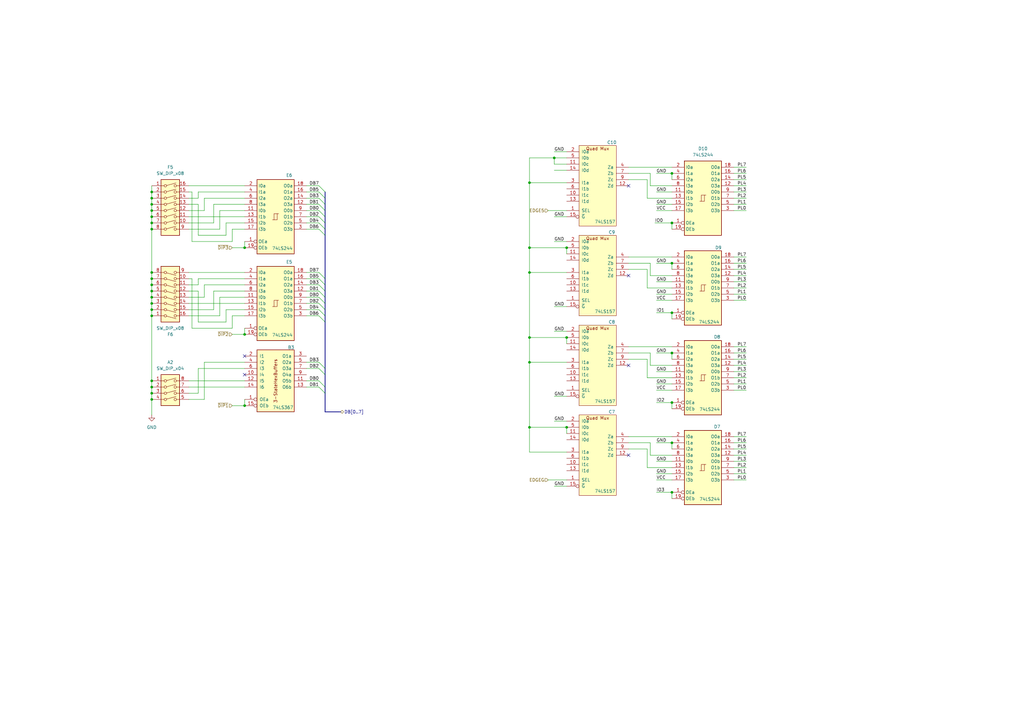
<source format=kicad_sch>
(kicad_sch (version 20231120) (generator "eeschema") (generator_version "8.0")
  (paper "A3")
  (title_block (title "Cabinet Input/Output") (date "2024-10-12") (company "JOTEGO") (comment 1 "Jose Tejada"))
  (lib_symbols
    (symbol "Switch:SW_DIP_x04" (pin_names (offset 0) hide)
      (property "Reference" "SW" (at 0 8.89 0))
      (property "Value" "SW_DIP_x04" (at 0 -6.35 0))
      (symbol "SW_DIP_x04_0_0"
        (circle (center -2.032 -2.54) (radius 0.508))
        (circle (center -2.032 0) (radius 0.508))
        (circle (center -2.032 2.54) (radius 0.508))
        (circle (center -2.032 5.08) (radius 0.508))
        (polyline (pts (xy -1.524 -2.3876) (xy 2.3622 -1.3462)))
        (polyline (pts (xy -1.524 0.127) (xy 2.3622 1.1684)))
        (polyline (pts (xy -1.524 2.667) (xy 2.3622 3.7084)))
        (polyline (pts (xy -1.524 5.207) (xy 2.3622 6.2484)))
        (circle (center 2.032 -2.54) (radius 0.508))
        (circle (center 2.032 0) (radius 0.508))
        (circle (center 2.032 2.54) (radius 0.508))
        (circle (center 2.032 5.08) (radius 0.508))
      )
      (symbol "SW_DIP_x04_0_1"
        (rectangle (start -3.81 7.62) (end 3.81 -5.08) (stroke (width 0.254)) (fill (type background)))
      )
      (symbol "SW_DIP_x04_1_1"
        (pin passive line (at -7.62 5.08 0) (length 5.08) (name "~") (number "1"))
        (pin passive line (at -7.62 2.54 0) (length 5.08) (name "~") (number "2"))
        (pin passive line (at -7.62 0 0) (length 5.08) (name "~") (number "3"))
        (pin passive line (at -7.62 -2.54 0) (length 5.08) (name "~") (number "4"))
        (pin passive line (at 7.62 -2.54 180) (length 5.08) (name "~") (number "5"))
        (pin passive line (at 7.62 0 180) (length 5.08) (name "~") (number "6"))
        (pin passive line (at 7.62 2.54 180) (length 5.08) (name "~") (number "7"))
        (pin passive line (at 7.62 5.08 180) (length 5.08) (name "~") (number "8"))
      )
    )
    (symbol "Switch:SW_DIP_x08" (pin_names (offset 0) hide)
      (property "Reference" "SW" (at 0 13.97 0))
      (property "Value" "SW_DIP_x08" (at 0 -11.43 0))
      (symbol "SW_DIP_x08_0_0"
        (circle (center -2.032 -7.62) (radius 0.508))
        (circle (center -2.032 -5.08) (radius 0.508))
        (circle (center -2.032 -2.54) (radius 0.508))
        (circle (center -2.032 0) (radius 0.508))
        (circle (center -2.032 2.54) (radius 0.508))
        (circle (center -2.032 5.08) (radius 0.508))
        (circle (center -2.032 7.62) (radius 0.508))
        (circle (center -2.032 10.16) (radius 0.508))
        (polyline (pts (xy -1.524 -7.4676) (xy 2.3622 -6.4262)))
        (polyline (pts (xy -1.524 -4.9276) (xy 2.3622 -3.8862)))
        (polyline (pts (xy -1.524 -2.3876) (xy 2.3622 -1.3462)))
        (polyline (pts (xy -1.524 0.127) (xy 2.3622 1.1684)))
        (polyline (pts (xy -1.524 2.667) (xy 2.3622 3.7084)))
        (polyline (pts (xy -1.524 5.207) (xy 2.3622 6.2484)))
        (polyline (pts (xy -1.524 7.747) (xy 2.3622 8.7884)))
        (polyline (pts (xy -1.524 10.287) (xy 2.3622 11.3284)))
        (circle (center 2.032 -7.62) (radius 0.508))
        (circle (center 2.032 -5.08) (radius 0.508))
        (circle (center 2.032 -2.54) (radius 0.508))
        (circle (center 2.032 0) (radius 0.508))
        (circle (center 2.032 2.54) (radius 0.508))
        (circle (center 2.032 5.08) (radius 0.508))
        (circle (center 2.032 7.62) (radius 0.508))
        (circle (center 2.032 10.16) (radius 0.508))
      )
      (symbol "SW_DIP_x08_0_1"
        (rectangle (start -3.81 12.7) (end 3.81 -10.16) (stroke (width 0.254)) (fill (type background)))
      )
      (symbol "SW_DIP_x08_1_1"
        (pin passive line (at -7.62 10.16 0) (length 5.08) (name "~") (number "1"))
        (pin passive line (at 7.62 -5.08 180) (length 5.08) (name "~") (number "10"))
        (pin passive line (at 7.62 -2.54 180) (length 5.08) (name "~") (number "11"))
        (pin passive line (at 7.62 0 180) (length 5.08) (name "~") (number "12"))
        (pin passive line (at 7.62 2.54 180) (length 5.08) (name "~") (number "13"))
        (pin passive line (at 7.62 5.08 180) (length 5.08) (name "~") (number "14"))
        (pin passive line (at 7.62 7.62 180) (length 5.08) (name "~") (number "15"))
        (pin passive line (at 7.62 10.16 180) (length 5.08) (name "~") (number "16"))
        (pin passive line (at -7.62 7.62 0) (length 5.08) (name "~") (number "2"))
        (pin passive line (at -7.62 5.08 0) (length 5.08) (name "~") (number "3"))
        (pin passive line (at -7.62 2.54 0) (length 5.08) (name "~") (number "4"))
        (pin passive line (at -7.62 0 0) (length 5.08) (name "~") (number "5"))
        (pin passive line (at -7.62 -2.54 0) (length 5.08) (name "~") (number "6"))
        (pin passive line (at -7.62 -5.08 0) (length 5.08) (name "~") (number "7"))
        (pin passive line (at -7.62 -7.62 0) (length 5.08) (name "~") (number "8"))
        (pin passive line (at 7.62 -7.62 180) (length 5.08) (name "~") (number "9"))
      )
    )
    (symbol "jt74:74LS157" (pin_names (offset 1.016))
      (property "Reference" "U" (at 5.08 16.51 0))
      (property "Value" "74LS157" (at 0 -16.51 0))
      (symbol "74LS157_0_0"
        (text "Quad Mux" (at 0 13.97 0) (effects (font (size 1.27 1.27))))
      )
      (symbol "74LS157_1_0"
        (pin input line (at -12.7 -11.43 0) (length 5.08) (name "SEL") (number "1"))
        (pin input line (at -12.7 -5.08 0) (length 5.08) (name "I1c") (number "10"))
        (pin input line (at -12.7 7.62 0) (length 5.08) (name "I0c") (number "11"))
        (pin output line (at 12.7 -1.27 180) (length 5.08) (name "Zd") (number "12"))
        (pin input line (at -12.7 -7.62 0) (length 5.08) (name "I1d") (number "13"))
        (pin input line (at -12.7 5.08 0) (length 5.08) (name "I0d") (number "14"))
        (pin input inverted (at -12.7 -13.97 0) (length 5.08) (name "~{G}") (number "15"))
        (pin input line (at -12.7 12.7 0) (length 5.08) (name "I0a") (number "2"))
        (pin input line (at -12.7 0 0) (length 5.08) (name "I1a") (number "3"))
        (pin output line (at 12.7 6.35 180) (length 5.08) (name "Za") (number "4"))
        (pin input line (at -12.7 10.16 0) (length 5.08) (name "I0b") (number "5"))
        (pin input line (at -12.7 -2.54 0) (length 5.08) (name "I1b") (number "6"))
        (pin output line (at 12.7 3.81 180) (length 5.08) (name "Zb") (number "7"))
        (pin output line (at 12.7 1.27 180) (length 5.08) (name "Zc") (number "9"))
      )
      (symbol "74LS157_1_1"
        (rectangle (start -7.62 15.24) (end 7.62 -17.78) (fill (type background)))
      )
    )
    (symbol "jt74:74LS244"
      (property "Reference" "U" (at -7.62 16.51 0))
      (property "Value" "74LS244" (at -3.81 -21.59 0))
      (symbol "74LS244_1_0"
        (polyline (pts (xy -0.635 -1.27) (xy -0.635 1.27) (xy 0.635 1.27)))
        (polyline (pts (xy -1.27 -1.27) (xy 0.635 -1.27) (xy 0.635 1.27) (xy 1.27 1.27)))
        (pin input inverted (at -12.7 -10.16 0) (length 5.08) (name "OEa") (number "1"))
        (pin power_in line (at 0 -15.24 90) (length 5.08) hide (name "VSS") (number "10"))
        (pin input line (at -12.7 2.54 0) (length 5.08) (name "I0b") (number "11"))
        (pin tri_state line (at 12.7 5.08 180) (length 5.08) (name "O3a") (number "12"))
        (pin input line (at -12.7 0 0) (length 5.08) (name "I1b") (number "13"))
        (pin tri_state line (at 12.7 7.62 180) (length 5.08) (name "O2a") (number "14"))
        (pin input line (at -12.7 -2.54 0) (length 5.08) (name "I2b") (number "15"))
        (pin tri_state line (at 12.7 10.16 180) (length 5.08) (name "O1a") (number "16"))
        (pin input line (at -12.7 -5.08 0) (length 5.08) (name "I3b") (number "17"))
        (pin tri_state line (at 12.7 12.7 180) (length 5.08) (name "O0a") (number "18"))
        (pin input inverted (at -12.7 -12.7 0) (length 5.08) (name "OEb") (number "19"))
        (pin input line (at -12.7 12.7 0) (length 5.08) (name "I0a") (number "2"))
        (pin power_in line (at 0 15.24 270) (length 5.08) hide (name "VCC") (number "20"))
        (pin tri_state line (at 12.7 -5.08 180) (length 5.08) (name "O3b") (number "3"))
        (pin input line (at -12.7 10.16 0) (length 5.08) (name "I1a") (number "4"))
        (pin tri_state line (at 12.7 -2.54 180) (length 5.08) (name "O2b") (number "5"))
        (pin input line (at -12.7 7.62 0) (length 5.08) (name "I2a") (number "6"))
        (pin tri_state line (at 12.7 0 180) (length 5.08) (name "O1b") (number "7"))
        (pin input line (at -12.7 5.08 0) (length 5.08) (name "I3a") (number "8"))
        (pin tri_state line (at 12.7 2.54 180) (length 5.08) (name "O0b") (number "9"))
      )
      (symbol "74LS244_1_1"
        (rectangle (start -7.62 15.24) (end 7.62 -15.24) (stroke (width 0.254)) (fill (type background)))
      )
    )
    (symbol "jt74:74LS367" (pin_names (offset 1.016))
      (property "Reference" "U" (at -7.62 13.97 0))
      (property "Value" "74LS367" (at -7.62 -13.97 0))
      (symbol "74LS367_0_0"
        (text "3-StateHexBuffers" (at 0 0 900) (effects (font (size 1.27 1.27))))
      )
      (symbol "74LS367_1_0"
        (pin input inverted (at -12.7 -7.62 0) (length 5.08) (name "OEa") (number "1"))
        (pin input line (at -12.7 2.54 0) (length 5.08) (name "I4") (number "10"))
        (pin tri_state line (at 12.7 0 180) (length 5.08) (name "O5b") (number "11"))
        (pin input line (at -12.7 0 0) (length 5.08) (name "I5") (number "12"))
        (pin tri_state line (at 12.7 -2.54 180) (length 5.08) (name "O6b") (number "13"))
        (pin input line (at -12.7 -2.54 0) (length 5.08) (name "I6") (number "14"))
        (pin input inverted (at -12.7 -10.16 0) (length 5.08) (name "OEb") (number "15"))
        (pin input line (at -12.7 10.16 0) (length 5.08) (name "I1") (number "2"))
        (pin tri_state line (at 12.7 10.16 180) (length 5.08) (name "O1a") (number "3"))
        (pin input line (at -12.7 7.62 0) (length 5.08) (name "I2") (number "4"))
        (pin tri_state line (at 12.7 7.62 180) (length 5.08) (name "O2a") (number "5"))
        (pin input line (at -12.7 5.08 0) (length 5.08) (name "I3") (number "6"))
        (pin tri_state line (at 12.7 5.08 180) (length 5.08) (name "O3a") (number "7"))
        (pin tri_state line (at 12.7 2.54 180) (length 5.08) (name "O4a") (number "9"))
      )
      (symbol "74LS367_1_1"
        (rectangle (start -7.62 12.7) (end 7.62 -12.7) (stroke (width 0.254)) (fill (type background)))
        (pin power_in line (at 0 12.7 270) (length 2.54) hide (name "VCC") (number "16"))
        (pin power_in line (at 0 -12.7 90) (length 2.54) hide (name "VSS") (number "8"))
      )
    )
    (symbol "power:GND" (power) (pin_numbers hide) (pin_names (offset 0) hide)
      (property "Value" "GND" (at 0 -3.81 0))
      (symbol "GND_0_1"
        (polyline (pts (xy 0 0) (xy 0 -1.27) (xy 1.27 -1.27) (xy 0 -2.54) (xy -1.27 -1.27) (xy 0 -1.27)))
      )
      (symbol "GND_1_1"
        (pin power_in line (at 0 0 270) (length 0) (name "~") (number "1"))
      )
    )
  )
  (junction (at 62.23 88.9))
  (junction (at 232.41 175.26))
  (junction (at 62.23 121.92))
  (junction (at 62.23 114.3))
  (junction (at 275.59 144.78))
  (junction (at 217.17 111.76))
  (junction (at 227.33 64.77))
  (junction (at 232.41 138.43))
  (junction (at 62.23 158.75))
  (junction (at 100.33 137.16))
  (junction (at 217.17 148.59))
  (junction (at 275.59 181.61))
  (junction (at 62.23 156.21))
  (junction (at 232.41 101.6))
  (junction (at 62.23 129.54))
  (junction (at 275.59 128.27))
  (junction (at 217.17 101.6))
  (junction (at 62.23 111.76))
  (junction (at 100.33 166.37))
  (junction (at 100.33 101.6))
  (junction (at 275.59 165.1))
  (junction (at 62.23 119.38))
  (junction (at 62.23 127))
  (junction (at 217.17 138.43))
  (junction (at 62.23 86.36))
  (junction (at 62.23 163.83))
  (junction (at 62.23 81.28))
  (junction (at 275.59 71.12))
  (junction (at 217.17 74.93))
  (junction (at 62.23 78.74))
  (junction (at 217.17 175.26))
  (junction (at 275.59 91.44))
  (junction (at 62.23 93.98))
  (junction (at 62.23 116.84))
  (junction (at 275.59 107.95))
  (junction (at 62.23 91.44))
  (junction (at 62.23 124.46))
  (junction (at 62.23 161.29))
  (junction (at 275.59 201.93))
  (junction (at 62.23 83.82))
  (no_connect (at 100.33 153.67))
  (no_connect (at 100.33 146.05))
  (no_connect (at 257.81 113.03))
  (no_connect (at 257.81 149.86))
  (no_connect (at 257.81 76.2))
  (no_connect (at 257.81 186.69))
  (bus_entry (at 130.81 91.44) (size 2.54 2.54))
  (bus_entry (at 130.81 121.92) (size 2.54 2.54))
  (bus_entry (at 130.81 129.54) (size 2.54 2.54))
  (bus_entry (at 130.81 111.76) (size 2.54 2.54))
  (bus_entry (at 130.81 86.36) (size 2.54 2.54))
  (bus_entry (at 130.81 83.82) (size 2.54 2.54))
  (bus_entry (at 130.81 151.13) (size 2.54 2.54))
  (bus_entry (at 130.81 158.75) (size 2.54 2.54))
  (bus_entry (at 130.81 76.2) (size 2.54 2.54))
  (bus_entry (at 130.81 78.74) (size 2.54 2.54))
  (bus_entry (at 130.81 148.59) (size 2.54 2.54))
  (bus_entry (at 130.81 127) (size 2.54 2.54))
  (bus_entry (at 130.81 88.9) (size 2.54 2.54))
  (bus_entry (at 130.81 119.38) (size 2.54 2.54))
  (bus_entry (at 130.81 93.98) (size 2.54 2.54))
  (bus_entry (at 130.81 81.28) (size 2.54 2.54))
  (bus_entry (at 130.81 124.46) (size 2.54 2.54))
  (bus_entry (at 130.81 116.84) (size 2.54 2.54))
  (bus_entry (at 130.81 156.21) (size 2.54 2.54))
  (bus_entry (at 130.81 114.3) (size 2.54 2.54))
  (wire (pts (xy 77.47 93.98) (xy 90.17 93.98)))
  (wire (pts (xy 269.24 144.78) (xy 275.59 144.78)))
  (wire (pts (xy 125.73 91.44) (xy 130.81 91.44)))
  (wire (pts (xy 77.47 129.54) (xy 90.17 129.54)))
  (wire (pts (xy 300.99 194.31) (xy 306.07 194.31)))
  (wire (pts (xy 62.23 119.38) (xy 62.23 121.92)))
  (wire (pts (xy 257.81 105.41) (xy 275.59 105.41)))
  (wire (pts (xy 83.82 163.83) (xy 83.82 148.59)))
  (wire (pts (xy 77.47 76.2) (xy 100.33 76.2)))
  (wire (pts (xy 217.17 148.59) (xy 217.17 175.26)))
  (bus (pts (xy 133.35 153.67) (xy 133.35 151.13)))
  (wire (pts (xy 265.43 184.15) (xy 265.43 191.77)))
  (bus (pts (xy 133.35 86.36) (xy 133.35 83.82)))
  (wire (pts (xy 232.41 175.26) (xy 232.41 177.8)))
  (wire (pts (xy 300.99 107.95) (xy 306.07 107.95)))
  (wire (pts (xy 269.24 157.48) (xy 275.59 157.48)))
  (wire (pts (xy 227.33 88.9) (xy 232.41 88.9)))
  (wire (pts (xy 77.47 114.3) (xy 78.74 114.3)))
  (bus (pts (xy 133.35 83.82) (xy 133.35 81.28)))
  (wire (pts (xy 62.23 161.29) (xy 62.23 163.83)))
  (wire (pts (xy 300.99 191.77) (xy 306.07 191.77)))
  (wire (pts (xy 100.33 99.06) (xy 100.33 101.6)))
  (wire (pts (xy 81.28 132.08) (xy 92.71 132.08)))
  (wire (pts (xy 77.47 156.21) (xy 100.33 156.21)))
  (wire (pts (xy 266.7 76.2) (xy 275.59 76.2)))
  (wire (pts (xy 269.24 160.02) (xy 275.59 160.02)))
  (wire (pts (xy 257.81 179.07) (xy 275.59 179.07)))
  (wire (pts (xy 300.99 71.12) (xy 306.07 71.12)))
  (wire (pts (xy 77.47 161.29) (xy 81.28 161.29)))
  (wire (pts (xy 92.71 91.44) (xy 100.33 91.44)))
  (wire (pts (xy 300.99 118.11) (xy 306.07 118.11)))
  (wire (pts (xy 125.73 93.98) (xy 130.81 93.98)))
  (wire (pts (xy 87.63 119.38) (xy 100.33 119.38)))
  (wire (pts (xy 83.82 148.59) (xy 100.33 148.59)))
  (wire (pts (xy 90.17 93.98) (xy 90.17 86.36)))
  (wire (pts (xy 300.99 115.57) (xy 306.07 115.57)))
  (wire (pts (xy 227.33 67.31) (xy 232.41 67.31)))
  (wire (pts (xy 300.99 157.48) (xy 306.07 157.48)))
  (wire (pts (xy 217.17 138.43) (xy 217.17 148.59)))
  (wire (pts (xy 77.47 163.83) (xy 83.82 163.83)))
  (wire (pts (xy 257.81 68.58) (xy 275.59 68.58)))
  (wire (pts (xy 95.25 101.6) (xy 100.33 101.6)))
  (wire (pts (xy 125.73 158.75) (xy 130.81 158.75)))
  (wire (pts (xy 266.7 71.12) (xy 266.7 76.2)))
  (wire (pts (xy 125.73 76.2) (xy 130.81 76.2)))
  (wire (pts (xy 62.23 76.2) (xy 62.23 78.74)))
  (wire (pts (xy 300.99 160.02) (xy 306.07 160.02)))
  (wire (pts (xy 275.59 165.1) (xy 275.59 167.64)))
  (wire (pts (xy 227.33 172.72) (xy 232.41 172.72)))
  (wire (pts (xy 266.7 181.61) (xy 266.7 186.69)))
  (wire (pts (xy 100.33 134.62) (xy 100.33 137.16)))
  (wire (pts (xy 125.73 114.3) (xy 130.81 114.3)))
  (wire (pts (xy 81.28 151.13) (xy 100.33 151.13)))
  (wire (pts (xy 95.25 99.06) (xy 95.25 93.98)))
  (wire (pts (xy 257.81 144.78) (xy 266.7 144.78)))
  (wire (pts (xy 269.24 107.95) (xy 275.59 107.95)))
  (wire (pts (xy 217.17 74.93) (xy 217.17 101.6)))
  (wire (pts (xy 92.71 132.08) (xy 92.71 127)))
  (wire (pts (xy 62.23 121.92) (xy 62.23 124.46)))
  (wire (pts (xy 90.17 86.36) (xy 100.33 86.36)))
  (wire (pts (xy 269.24 71.12) (xy 275.59 71.12)))
  (wire (pts (xy 125.73 151.13) (xy 130.81 151.13)))
  (wire (pts (xy 269.24 78.74) (xy 275.59 78.74)))
  (wire (pts (xy 90.17 129.54) (xy 90.17 121.92)))
  (wire (pts (xy 265.43 118.11) (xy 275.59 118.11)))
  (wire (pts (xy 300.99 86.36) (xy 306.07 86.36)))
  (wire (pts (xy 87.63 127) (xy 87.63 119.38)))
  (wire (pts (xy 217.17 101.6) (xy 217.17 111.76)))
  (wire (pts (xy 265.43 81.28) (xy 275.59 81.28)))
  (wire (pts (xy 83.82 121.92) (xy 83.82 116.84)))
  (wire (pts (xy 77.47 88.9) (xy 100.33 88.9)))
  (wire (pts (xy 125.73 129.54) (xy 130.81 129.54)))
  (wire (pts (xy 100.33 163.83) (xy 100.33 166.37)))
  (wire (pts (xy 300.99 181.61) (xy 306.07 181.61)))
  (wire (pts (xy 78.74 78.74) (xy 78.74 99.06)))
  (wire (pts (xy 83.82 81.28) (xy 100.33 81.28)))
  (wire (pts (xy 100.33 78.74) (xy 81.28 78.74)))
  (wire (pts (xy 232.41 138.43) (xy 232.41 140.97)))
  (bus (pts (xy 133.35 116.84) (xy 133.35 114.3)))
  (wire (pts (xy 217.17 64.77) (xy 217.17 74.93)))
  (bus (pts (xy 133.35 81.28) (xy 133.35 78.74)))
  (wire (pts (xy 269.24 196.85) (xy 275.59 196.85)))
  (wire (pts (xy 81.28 81.28) (xy 77.47 81.28)))
  (wire (pts (xy 224.79 86.36) (xy 232.41 86.36)))
  (wire (pts (xy 62.23 78.74) (xy 62.23 81.28)))
  (bus (pts (xy 133.35 121.92) (xy 133.35 119.38)))
  (wire (pts (xy 83.82 116.84) (xy 100.33 116.84)))
  (wire (pts (xy 125.73 83.82) (xy 130.81 83.82)))
  (bus (pts (xy 133.35 88.9) (xy 133.35 86.36)))
  (wire (pts (xy 217.17 111.76) (xy 217.17 138.43)))
  (wire (pts (xy 62.23 124.46) (xy 62.23 127)))
  (bus (pts (xy 133.35 114.3) (xy 133.35 96.52)))
  (wire (pts (xy 95.25 129.54) (xy 100.33 129.54)))
  (wire (pts (xy 300.99 120.65) (xy 306.07 120.65)))
  (wire (pts (xy 81.28 161.29) (xy 81.28 151.13)))
  (wire (pts (xy 227.33 62.23) (xy 232.41 62.23)))
  (wire (pts (xy 81.28 83.82) (xy 81.28 96.52)))
  (wire (pts (xy 269.24 165.1) (xy 275.59 165.1)))
  (wire (pts (xy 81.28 78.74) (xy 81.28 81.28)))
  (wire (pts (xy 62.23 170.18) (xy 62.23 163.83)))
  (wire (pts (xy 300.99 189.23) (xy 306.07 189.23)))
  (wire (pts (xy 257.81 184.15) (xy 265.43 184.15)))
  (wire (pts (xy 125.73 116.84) (xy 130.81 116.84)))
  (wire (pts (xy 92.71 96.52) (xy 92.71 91.44)))
  (wire (pts (xy 275.59 91.44) (xy 275.59 93.98)))
  (wire (pts (xy 300.99 105.41) (xy 306.07 105.41)))
  (wire (pts (xy 92.71 127) (xy 100.33 127)))
  (bus (pts (xy 133.35 168.91) (xy 139.7 168.91)))
  (wire (pts (xy 300.99 73.66) (xy 306.07 73.66)))
  (wire (pts (xy 227.33 99.06) (xy 232.41 99.06)))
  (wire (pts (xy 300.99 76.2) (xy 306.07 76.2)))
  (wire (pts (xy 266.7 144.78) (xy 266.7 149.86)))
  (bus (pts (xy 133.35 91.44) (xy 133.35 88.9)))
  (wire (pts (xy 78.74 114.3) (xy 78.74 134.62)))
  (wire (pts (xy 87.63 83.82) (xy 100.33 83.82)))
  (wire (pts (xy 269.24 123.19) (xy 275.59 123.19)))
  (wire (pts (xy 125.73 156.21) (xy 130.81 156.21)))
  (wire (pts (xy 265.43 154.94) (xy 275.59 154.94)))
  (wire (pts (xy 78.74 99.06) (xy 95.25 99.06)))
  (wire (pts (xy 275.59 144.78) (xy 275.59 147.32)))
  (wire (pts (xy 62.23 127) (xy 62.23 129.54)))
  (wire (pts (xy 77.47 91.44) (xy 87.63 91.44)))
  (bus (pts (xy 133.35 151.13) (xy 133.35 132.08)))
  (wire (pts (xy 266.7 113.03) (xy 275.59 113.03)))
  (wire (pts (xy 227.33 64.77) (xy 232.41 64.77)))
  (wire (pts (xy 62.23 81.28) (xy 62.23 83.82)))
  (wire (pts (xy 100.33 114.3) (xy 81.28 114.3)))
  (wire (pts (xy 266.7 186.69) (xy 275.59 186.69)))
  (wire (pts (xy 266.7 107.95) (xy 266.7 113.03)))
  (bus (pts (xy 133.35 124.46) (xy 133.35 121.92)))
  (wire (pts (xy 125.73 121.92) (xy 130.81 121.92)))
  (wire (pts (xy 125.73 148.59) (xy 130.81 148.59)))
  (wire (pts (xy 269.24 128.27) (xy 275.59 128.27)))
  (wire (pts (xy 217.17 74.93) (xy 232.41 74.93)))
  (wire (pts (xy 217.17 148.59) (xy 232.41 148.59)))
  (wire (pts (xy 300.99 81.28) (xy 306.07 81.28)))
  (wire (pts (xy 300.99 78.74) (xy 306.07 78.74)))
  (wire (pts (xy 125.73 119.38) (xy 130.81 119.38)))
  (wire (pts (xy 300.99 68.58) (xy 306.07 68.58)))
  (bus (pts (xy 133.35 161.29) (xy 133.35 158.75)))
  (wire (pts (xy 300.99 142.24) (xy 306.07 142.24)))
  (wire (pts (xy 275.59 128.27) (xy 275.59 130.81)))
  (wire (pts (xy 265.43 147.32) (xy 265.43 154.94)))
  (wire (pts (xy 257.81 71.12) (xy 266.7 71.12)))
  (wire (pts (xy 95.25 166.37) (xy 100.33 166.37)))
  (wire (pts (xy 269.24 152.4) (xy 275.59 152.4)))
  (wire (pts (xy 275.59 107.95) (xy 275.59 110.49)))
  (wire (pts (xy 275.59 201.93) (xy 275.59 204.47)))
  (wire (pts (xy 265.43 110.49) (xy 265.43 118.11)))
  (wire (pts (xy 62.23 91.44) (xy 62.23 93.98)))
  (wire (pts (xy 300.99 113.03) (xy 306.07 113.03)))
  (wire (pts (xy 95.25 137.16) (xy 100.33 137.16)))
  (wire (pts (xy 266.7 149.86) (xy 275.59 149.86)))
  (wire (pts (xy 269.24 83.82) (xy 275.59 83.82)))
  (wire (pts (xy 300.99 149.86) (xy 306.07 149.86)))
  (wire (pts (xy 269.24 194.31) (xy 275.59 194.31)))
  (wire (pts (xy 227.33 199.39) (xy 232.41 199.39)))
  (wire (pts (xy 300.99 186.69) (xy 306.07 186.69)))
  (wire (pts (xy 77.47 121.92) (xy 83.82 121.92)))
  (wire (pts (xy 217.17 64.77) (xy 227.33 64.77)))
  (wire (pts (xy 62.23 93.98) (xy 62.23 111.76)))
  (wire (pts (xy 227.33 69.85) (xy 232.41 69.85)))
  (bus (pts (xy 133.35 132.08) (xy 133.35 129.54)))
  (wire (pts (xy 269.24 86.36) (xy 275.59 86.36)))
  (wire (pts (xy 232.41 101.6) (xy 232.41 104.14)))
  (wire (pts (xy 217.17 175.26) (xy 217.17 185.42)))
  (wire (pts (xy 217.17 138.43) (xy 232.41 138.43)))
  (bus (pts (xy 133.35 119.38) (xy 133.35 116.84)))
  (wire (pts (xy 62.23 111.76) (xy 62.23 114.3)))
  (wire (pts (xy 257.81 110.49) (xy 265.43 110.49)))
  (wire (pts (xy 125.73 124.46) (xy 130.81 124.46)))
  (wire (pts (xy 87.63 91.44) (xy 87.63 83.82)))
  (wire (pts (xy 265.43 191.77) (xy 275.59 191.77)))
  (wire (pts (xy 227.33 135.89) (xy 232.41 135.89)))
  (wire (pts (xy 300.99 83.82) (xy 306.07 83.82)))
  (bus (pts (xy 133.35 129.54) (xy 133.35 127)))
  (wire (pts (xy 275.59 71.12) (xy 275.59 73.66)))
  (wire (pts (xy 268.605 91.44) (xy 275.59 91.44)))
  (wire (pts (xy 227.33 125.73) (xy 232.41 125.73)))
  (wire (pts (xy 300.99 179.07) (xy 306.07 179.07)))
  (wire (pts (xy 275.59 181.61) (xy 275.59 184.15)))
  (wire (pts (xy 300.99 147.32) (xy 306.07 147.32)))
  (wire (pts (xy 300.99 196.85) (xy 306.07 196.85)))
  (wire (pts (xy 77.47 111.76) (xy 100.33 111.76)))
  (wire (pts (xy 95.25 93.98) (xy 100.33 93.98)))
  (wire (pts (xy 62.23 158.75) (xy 62.23 161.29)))
  (wire (pts (xy 300.99 144.78) (xy 306.07 144.78)))
  (wire (pts (xy 77.47 83.82) (xy 81.28 83.82)))
  (wire (pts (xy 95.25 134.62) (xy 95.25 129.54)))
  (wire (pts (xy 269.24 181.61) (xy 275.59 181.61)))
  (bus (pts (xy 133.35 96.52) (xy 133.35 93.98)))
  (wire (pts (xy 300.99 154.94) (xy 306.07 154.94)))
  (wire (pts (xy 269.24 115.57) (xy 275.59 115.57)))
  (bus (pts (xy 133.35 158.75) (xy 133.35 153.67)))
  (wire (pts (xy 217.17 175.26) (xy 232.41 175.26)))
  (wire (pts (xy 81.28 114.3) (xy 81.28 116.84)))
  (wire (pts (xy 62.23 116.84) (xy 62.23 119.38)))
  (bus (pts (xy 133.35 127) (xy 133.35 124.46)))
  (wire (pts (xy 125.73 127) (xy 130.81 127)))
  (wire (pts (xy 77.47 124.46) (xy 100.33 124.46)))
  (wire (pts (xy 78.74 134.62) (xy 95.25 134.62)))
  (wire (pts (xy 125.73 86.36) (xy 130.81 86.36)))
  (wire (pts (xy 77.47 86.36) (xy 83.82 86.36)))
  (wire (pts (xy 77.47 158.75) (xy 100.33 158.75)))
  (wire (pts (xy 227.33 162.56) (xy 232.41 162.56)))
  (wire (pts (xy 90.17 121.92) (xy 100.33 121.92)))
  (wire (pts (xy 77.47 127) (xy 87.63 127)))
  (wire (pts (xy 81.28 119.38) (xy 81.28 132.08)))
  (wire (pts (xy 257.81 73.66) (xy 265.43 73.66)))
  (wire (pts (xy 81.28 96.52) (xy 92.71 96.52)))
  (bus (pts (xy 133.35 93.98) (xy 133.35 91.44)))
  (wire (pts (xy 62.23 129.54) (xy 62.23 156.21)))
  (wire (pts (xy 125.73 88.9) (xy 130.81 88.9)))
  (wire (pts (xy 125.73 81.28) (xy 130.81 81.28)))
  (wire (pts (xy 300.99 110.49) (xy 306.07 110.49)))
  (wire (pts (xy 217.17 111.76) (xy 232.41 111.76)))
  (bus (pts (xy 133.35 168.91) (xy 133.35 161.29)))
  (wire (pts (xy 125.73 111.76) (xy 130.81 111.76)))
  (wire (pts (xy 62.23 156.21) (xy 62.23 158.75)))
  (wire (pts (xy 257.81 107.95) (xy 266.7 107.95)))
  (wire (pts (xy 257.81 147.32) (xy 265.43 147.32)))
  (wire (pts (xy 300.99 152.4) (xy 306.07 152.4)))
  (wire (pts (xy 62.23 83.82) (xy 62.23 86.36)))
  (wire (pts (xy 62.23 114.3) (xy 62.23 116.84)))
  (wire (pts (xy 269.24 120.65) (xy 275.59 120.65)))
  (wire (pts (xy 269.24 201.93) (xy 275.59 201.93)))
  (wire (pts (xy 77.47 78.74) (xy 78.74 78.74)))
  (wire (pts (xy 232.41 101.6) (xy 217.17 101.6)))
  (wire (pts (xy 257.81 142.24) (xy 275.59 142.24)))
  (wire (pts (xy 77.47 119.38) (xy 81.28 119.38)))
  (wire (pts (xy 62.23 88.9) (xy 62.23 91.44)))
  (wire (pts (xy 81.28 116.84) (xy 77.47 116.84)))
  (wire (pts (xy 265.43 73.66) (xy 265.43 81.28)))
  (wire (pts (xy 227.33 64.77) (xy 227.33 67.31)))
  (wire (pts (xy 217.17 185.42) (xy 232.41 185.42)))
  (wire (pts (xy 224.79 196.85) (xy 232.41 196.85)))
  (wire (pts (xy 300.99 123.19) (xy 306.07 123.19)))
  (wire (pts (xy 300.99 184.15) (xy 306.07 184.15)))
  (wire (pts (xy 269.24 189.23) (xy 275.59 189.23)))
  (wire (pts (xy 257.81 181.61) (xy 266.7 181.61)))
  (wire (pts (xy 83.82 86.36) (xy 83.82 81.28)))
  (wire (pts (xy 125.73 78.74) (xy 130.81 78.74)))
  (wire (pts (xy 62.23 86.36) (xy 62.23 88.9)))
  (label "PL6" (at 306.07 144.78 180))
  (label "PL7" (at 306.07 68.58 180))
  (label "DB2" (at 130.81 124.46 180))
  (label "PL3" (at 306.07 115.57 180))
  (label "DB7" (at 130.81 111.76 180))
  (label "DB3" (at 130.81 148.59 180))
  (label "VCC" (at 269.24 160.02 0))
  (label "GND" (at 269.24 78.74 0))
  (label "PL5" (at 306.07 73.66 180))
  (label "VCC" (at 269.24 86.36 0))
  (label "PL5" (at 306.07 147.32 180))
  (label "GND" (at 269.24 107.95 0))
  (label "GND" (at 227.33 162.56 0))
  (label "PL2" (at 306.07 118.11 180))
  (label "DB4" (at 130.81 91.44 180))
  (label "VCC" (at 269.24 123.19 0))
  (label "DB5" (at 130.81 78.74 180))
  (label "IO1" (at 269.24 128.27 0))
  (label "DB6" (at 130.81 129.54 180))
  (label "PL4" (at 306.07 76.2 180))
  (label "PL0" (at 306.07 196.85 180))
  (label "GND" (at 269.24 83.82 0))
  (label "PL1" (at 306.07 194.31 180))
  (label "DB0" (at 130.81 156.21 180))
  (label "DB2" (at 130.81 88.9 180))
  (label "DB0" (at 130.81 121.92 180))
  (label "GND" (at 269.24 194.31 0))
  (label "GND" (at 227.33 125.73 0))
  (label "GND" (at 269.24 181.61 0))
  (label "DB3" (at 130.81 116.84 180))
  (label "PL0" (at 306.07 86.36 180))
  (label "PL7" (at 306.07 105.41 180))
  (label "PL2" (at 306.07 81.28 180))
  (label "GND" (at 269.24 152.4 0))
  (label "PL6" (at 306.07 181.61 180))
  (label "PL2" (at 306.07 154.94 180))
  (label "PL7" (at 306.07 179.07 180))
  (label "PL6" (at 306.07 107.95 180))
  (label "PL6" (at 306.07 71.12 180))
  (label "PL4" (at 306.07 113.03 180))
  (label "GND" (at 269.24 115.57 0))
  (label "DB7" (at 130.81 76.2 180))
  (label "GND" (at 269.24 144.78 0))
  (label "PL2" (at 306.07 191.77 180))
  (label "GND" (at 227.33 172.72 0))
  (label "IO3" (at 269.24 201.93 0))
  (label "PL4" (at 306.07 186.69 180))
  (label "GND" (at 269.24 189.23 0))
  (label "DB2" (at 130.81 151.13 180))
  (label "DB4" (at 130.81 127 180))
  (label "VCC" (at 269.24 196.85 0))
  (label "PL1" (at 306.07 120.65 180))
  (label "PL3" (at 306.07 78.74 180))
  (label "DB6" (at 130.81 93.98 180))
  (label "DB0" (at 130.81 86.36 180))
  (label "IO0" (at 268.605 91.44 0))
  (label "PL3" (at 306.07 152.4 180))
  (label "DB1" (at 130.81 83.82 180))
  (label "PL0" (at 306.07 123.19 180))
  (label "PL1" (at 306.07 83.82 180))
  (label "GND" (at 269.24 157.48 0))
  (label "GND" (at 227.33 99.06 0))
  (label "IO2" (at 269.24 165.1 0))
  (label "PL0" (at 306.07 160.02 180))
  (label "PL7" (at 306.07 142.24 180))
  (label "DB5" (at 130.81 114.3 180))
  (label "DB3" (at 130.81 81.28 180))
  (label "GND" (at 227.33 88.9 0))
  (label "GND" (at 227.33 62.23 0))
  (label "GND" (at 269.24 120.65 0))
  (label "PL1" (at 306.07 157.48 180))
  (label "PL5" (at 306.07 184.15 180))
  (label "GND" (at 269.24 71.12 0))
  (label "GND" (at 227.33 199.39 0))
  (label "GND" (at 227.33 135.89 0))
  (label "PL5" (at 306.07 110.49 180))
  (label "DB1" (at 130.81 158.75 180))
  (label "PL4" (at 306.07 149.86 180))
  (label "DB1" (at 130.81 119.38 180))
  (label "PL3" (at 306.07 189.23 180))
  (hierarchical_label "EDGEG" (shape input) (at 224.79 196.85 180))
  (hierarchical_label "~{DIP3}" (shape input) (at 95.25 101.6 180))
  (hierarchical_label "~{DIP1}" (shape input) (at 95.25 166.37 180))
  (hierarchical_label "~{DIP2}" (shape input) (at 95.25 137.16 180))
  (hierarchical_label "EDGE5" (shape input) (at 224.79 86.36 180))
  (hierarchical_label "DB[0..7]" (shape bidirectional) (at 139.7 168.91 0))
  (symbol (lib_id "jt74:74LS244") (at 288.29 191.77 0) (unit 1)
    (property "Reference" "D7" (at 294.132 175.006 0))
    (property "Value" "74LS244" (at 291.084 204.724 0))
    (property "Datasheet" "http://www.ti.com/lit/gpn/sn74LS244" (effects (hide yes)))
    (property "Description" "8-bit Bus Buffer 3-State outputs" (effects (hide yes)))
  )
  (symbol (lib_id "jt74:74LS157") (at 245.11 148.59 0) (unit 1)
    (property "Reference" "C8" (at 250.952 132.08 0))
    (property "Value" "74LS157" (at 248.158 164.592 0))
    (property "Datasheet" "https://www.alldatasheet.com/datasheet-pdf/pdf/27402/TI/74LS157.html" (effects (hide yes)))
    (property "Description" "Quad 2 to 1 line Multiplexer" (effects (hide yes)))
  )
  (symbol (lib_id "Switch:SW_DIP_x08") (at 69.85 119.38 0) (mirror x) (unit 1)
    (property "Reference" "F6" (at 69.85 137.16 0))
    (property "Value" "SW_DIP_x08" (at 69.85 134.62 0))
    (property "Description" "8x DIP Switch, Single Pole Single Throw (SPST) switch, small symbol" (effects (hide yes)))
  )
  (symbol (lib_id "jt74:74LS244") (at 288.29 81.28 0) (unit 1)
    (property "Reference" "D10" (at 288.29 60.96 0))
    (property "Value" "74LS244" (at 288.29 63.5 0))
    (property "Datasheet" "http://www.ti.com/lit/gpn/sn74LS244" (effects (hide yes)))
    (property "Description" "8-bit Bus Buffer 3-State outputs" (effects (hide yes)))
  )
  (symbol (lib_id "power:GND") (at 62.23 170.18 0) (unit 1)
    (property "Reference" "#PWR01" (effects (hide yes)))
    (property "Value" "GND" (at 62.23 175.26 0))
    (property "Description" "Power symbol creates a global label with name \"GND\" , ground" (effects (hide yes)))
  )
  (symbol (lib_id "Switch:SW_DIP_x04") (at 69.85 161.29 0) (unit 1)
    (property "Reference" "A2" (at 69.85 148.59 0))
    (property "Value" "SW_DIP_x04" (at 69.85 151.13 0))
    (property "Description" "4x DIP Switch, Single Pole Single Throw (SPST) switch, small symbol" (effects (hide yes)))
  )
  (symbol (lib_id "jt74:74LS244") (at 288.29 118.11 0) (unit 1)
    (property "Reference" "D9" (at 294.64 101.6 0))
    (property "Value" "74LS244" (at 290.83 132.08 0))
    (property "Datasheet" "http://www.ti.com/lit/gpn/sn74LS244" (effects (hide yes)))
    (property "Description" "8-bit Bus Buffer 3-State outputs" (effects (hide yes)))
  )
  (symbol (lib_id "jt74:74LS157") (at 245.11 185.42 0) (unit 1)
    (property "Reference" "C7" (at 250.952 168.91 0))
    (property "Value" "74LS157" (at 248.158 201.422 0))
    (property "Datasheet" "https://www.alldatasheet.com/datasheet-pdf/pdf/27402/TI/74LS157.html" (effects (hide yes)))
    (property "Description" "Quad 2 to 1 line Multiplexer" (effects (hide yes)))
  )
  (symbol (lib_id "jt74:74LS244") (at 113.03 124.46 0) (unit 1)
    (property "Reference" "E5" (at 118.618 107.442 0))
    (property "Value" "74LS244" (at 115.824 137.414 0))
    (property "Datasheet" "http://www.ti.com/lit/gpn/sn74LS244" (effects (hide yes)))
    (property "Description" "8-bit Bus Buffer 3-State outputs" (effects (hide yes)))
  )
  (symbol (lib_id "jt74:74LS244") (at 113.03 88.9 0) (unit 1)
    (property "Reference" "E6" (at 118.618 71.882 0))
    (property "Value" "74LS244" (at 115.824 101.854 0))
    (property "Datasheet" "http://www.ti.com/lit/gpn/sn74LS244" (effects (hide yes)))
    (property "Description" "8-bit Bus Buffer 3-State outputs" (effects (hide yes)))
  )
  (symbol (lib_id "jt74:74LS244") (at 288.29 154.94 0) (unit 1)
    (property "Reference" "D8" (at 294.132 138.176 0))
    (property "Value" "74LS244" (at 291.084 167.894 0))
    (property "Datasheet" "http://www.ti.com/lit/gpn/sn74LS244" (effects (hide yes)))
    (property "Description" "8-bit Bus Buffer 3-State outputs" (effects (hide yes)))
  )
  (symbol (lib_id "jt74:74LS367") (at 113.03 156.21 0) (unit 1)
    (property "Reference" "B3" (at 119.38 142.494 0))
    (property "Value" "74LS367" (at 116.078 167.132 0))
    (property "Datasheet" "https://pdf1.alldatasheet.com/datasheet-pdf/view/12653/ONSEMI/SN74LS367AN.html" (effects (hide yes)))
    (property "Description" "Hex Bus Driver 3-state outputs" (effects (hide yes)))
  )
  (symbol (lib_id "jt74:74LS157") (at 245.11 74.93 0) (unit 1)
    (property "Reference" "C10" (at 250.952 58.42 0))
    (property "Value" "74LS157" (at 248.158 90.932 0))
    (property "Datasheet" "https://www.alldatasheet.com/datasheet-pdf/pdf/27402/TI/74LS157.html" (effects (hide yes)))
    (property "Description" "Quad 2 to 1 line Multiplexer" (effects (hide yes)))
  )
  (symbol (lib_id "Switch:SW_DIP_x08") (at 69.85 86.36 0) (unit 1)
    (property "Reference" "F5" (at 69.85 68.58 0))
    (property "Value" "SW_DIP_x08" (at 69.85 71.12 0))
    (property "Description" "8x DIP Switch, Single Pole Single Throw (SPST) switch, small symbol" (effects (hide yes)))
  )
  (symbol (lib_id "jt74:74LS157") (at 245.11 111.76 0) (unit 1)
    (property "Reference" "C9" (at 250.952 95.25 0))
    (property "Value" "74LS157" (at 248.158 127.762 0))
    (property "Datasheet" "https://www.alldatasheet.com/datasheet-pdf/pdf/27402/TI/74LS157.html" (effects (hide yes)))
    (property "Description" "Quad 2 to 1 line Multiplexer" (effects (hide yes)))
  )
)
</source>
